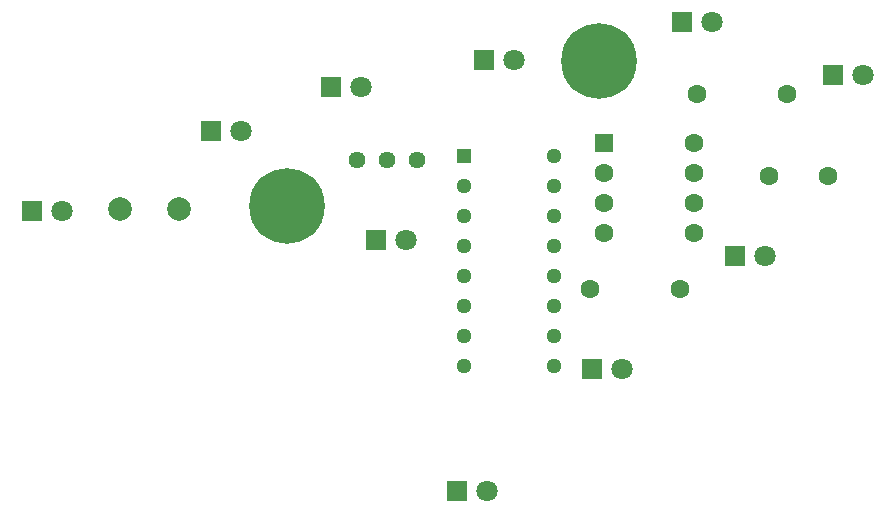
<source format=gbr>
%TF.GenerationSoftware,KiCad,Pcbnew,9.0.6*%
%TF.CreationDate,2025-12-24T22:47:29+00:00*%
%TF.ProjectId,555 Chaser,35353520-4368-4617-9365-722e6b696361,rev?*%
%TF.SameCoordinates,Original*%
%TF.FileFunction,Soldermask,Top*%
%TF.FilePolarity,Negative*%
%FSLAX46Y46*%
G04 Gerber Fmt 4.6, Leading zero omitted, Abs format (unit mm)*
G04 Created by KiCad (PCBNEW 9.0.6) date 2025-12-24 22:47:29*
%MOMM*%
%LPD*%
G01*
G04 APERTURE LIST*
G04 Aperture macros list*
%AMRoundRect*
0 Rectangle with rounded corners*
0 $1 Rounding radius*
0 $2 $3 $4 $5 $6 $7 $8 $9 X,Y pos of 4 corners*
0 Add a 4 corners polygon primitive as box body*
4,1,4,$2,$3,$4,$5,$6,$7,$8,$9,$2,$3,0*
0 Add four circle primitives for the rounded corners*
1,1,$1+$1,$2,$3*
1,1,$1+$1,$4,$5*
1,1,$1+$1,$6,$7*
1,1,$1+$1,$8,$9*
0 Add four rect primitives between the rounded corners*
20,1,$1+$1,$2,$3,$4,$5,0*
20,1,$1+$1,$4,$5,$6,$7,0*
20,1,$1+$1,$6,$7,$8,$9,0*
20,1,$1+$1,$8,$9,$2,$3,0*%
G04 Aperture macros list end*
%ADD10C,6.400000*%
%ADD11R,1.295400X1.295400*%
%ADD12C,1.295400*%
%ADD13RoundRect,0.250000X-0.550000X-0.550000X0.550000X-0.550000X0.550000X0.550000X-0.550000X0.550000X0*%
%ADD14C,1.600000*%
%ADD15C,1.440000*%
%ADD16R,1.800000X1.800000*%
%ADD17C,1.800000*%
%ADD18C,2.000000*%
G04 APERTURE END LIST*
D10*
%TO.C,H2*%
X97000000Y-46000000D03*
%TD*%
D11*
%TO.C,U2*%
X85590000Y-54010000D03*
D12*
X85590000Y-56550000D03*
X85590000Y-59090000D03*
X85590000Y-61630000D03*
X85590000Y-64170000D03*
X85590000Y-66710000D03*
X85590000Y-69250000D03*
X85590000Y-71790000D03*
X93210000Y-71790000D03*
X93210000Y-69250000D03*
X93210000Y-66710000D03*
X93210000Y-64170000D03*
X93210000Y-61630000D03*
X93210000Y-59090000D03*
X93210000Y-56550000D03*
X93210000Y-54010000D03*
%TD*%
D13*
%TO.C,U1*%
X97495000Y-52890000D03*
D14*
X97495000Y-55430000D03*
X97495000Y-57970000D03*
X97495000Y-60510000D03*
X105115000Y-60510000D03*
X105115000Y-57970000D03*
X105115000Y-55430000D03*
X105115000Y-52890000D03*
%TD*%
D15*
%TO.C,RV1*%
X81640000Y-54395000D03*
X79100000Y-54395000D03*
X76560000Y-54395000D03*
%TD*%
D14*
%TO.C,R2*%
X96280000Y-65300000D03*
X103900000Y-65300000D03*
%TD*%
%TO.C,R1*%
X105300000Y-48800000D03*
X112920000Y-48800000D03*
%TD*%
D10*
%TO.C,H1*%
X70600000Y-58300000D03*
%TD*%
D16*
%TO.C,D10*%
X78160000Y-61100000D03*
D17*
X80700000Y-61100000D03*
%TD*%
D16*
%TO.C,D9*%
X85000000Y-82400000D03*
D17*
X87540000Y-82400000D03*
%TD*%
D16*
%TO.C,D8*%
X96460000Y-72100000D03*
D17*
X99000000Y-72100000D03*
%TD*%
D16*
%TO.C,D7*%
X108560000Y-62500000D03*
D17*
X111100000Y-62500000D03*
%TD*%
D16*
%TO.C,D6*%
X116825000Y-47200000D03*
D17*
X119365000Y-47200000D03*
%TD*%
D16*
%TO.C,D5*%
X104025000Y-42700000D03*
D17*
X106565000Y-42700000D03*
%TD*%
D16*
%TO.C,D4*%
X87300000Y-45900000D03*
D17*
X89840000Y-45900000D03*
%TD*%
D16*
%TO.C,D3*%
X74360000Y-48200000D03*
D17*
X76900000Y-48200000D03*
%TD*%
D16*
%TO.C,D2*%
X64160000Y-51900000D03*
D17*
X66700000Y-51900000D03*
%TD*%
D16*
%TO.C,D1*%
X49025000Y-58700000D03*
D17*
X51565000Y-58700000D03*
%TD*%
D18*
%TO.C,C2*%
X56500000Y-58500000D03*
X61500000Y-58500000D03*
%TD*%
D14*
%TO.C,C1*%
X111400000Y-55700000D03*
X116400000Y-55700000D03*
%TD*%
M02*

</source>
